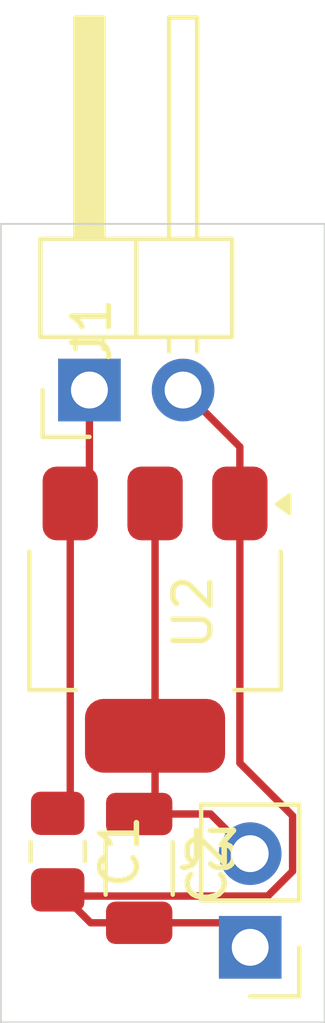
<source format=kicad_pcb>
(kicad_pcb (version 20240108) (generator "pcbnew") (generator_version "8.0")
  (layers (0 "F.Cu" signal) (31 "B.Cu" signal) (34 "B.Paste" user) (35 "F.Paste" user) (36 "B.SilkS" user "B.Silkscreen") (37 "F.SilkS" user "F.Silkscreen") (38 "B.Mask" user) (39 "F.Mask" user) (44 "Edge.Cuts" user))
  (net 0 "")
  (net 1 "Net-(J1-Pin_1)")
  (net 2 "Gnd")
  (net 3 "Net-(J3-Pin_2)")
  (footprint "Connector_PinHeader_2.54mm:PinHeader_1x02_P2.54mm_Vertical" (layer "F.Cu") (at 60.87 47.135 180)
    (property "Reference" "J3" (at 1.12 2.625 0) (layer "F.SilkS"))
    (property "Value" "Conn_01x02_Pin")
    (fp_line (start 1.33 1.27) (end 1.33 3.87) (stroke (width 0.12)) (layer "F.SilkS"))
    (fp_line (start -1.33 3.87) (end 1.33 3.87) (stroke (width 0.12)) (layer "F.SilkS"))
    (fp_line (start -1.33 1.27) (end 1.33 1.27) (stroke (width 0.12)) (layer "F.SilkS"))
    (fp_line (start -1.33 1.27) (end -1.33 3.87) (stroke (width 0.12)) (layer "F.SilkS"))
    (fp_line (start -1.33 0) (end -1.33 -1.33) (stroke (width 0.12)) (layer "F.SilkS"))
    (fp_line (start -1.33 -1.33) (end 0 -1.33) (stroke (width 0.12)) (layer "F.SilkS"))
    (pad "1" thru_hole rect (at 0 0 180) (size 1.7 1.7) (drill 1) (layers "*.Cu" "*.Mask") (net 2 "Gnd"))
    (pad "2" thru_hole oval (at 0 2.54 180) (size 1.7 1.7) (drill 1) (layers "*.Cu" "*.Mask") (net 3 "Net-(J3-Pin_2)"))
  )
  (footprint "Connector_PinHeader_2.54mm:PinHeader_1x02_P2.54mm_Horizontal" (layer "F.Cu") (at 56.51 32.025 90)
    (property "Reference" "J1" (at 1.625 0.06 90) (layer "F.SilkS"))
    (property "Value" "Conn_01x02_Pin")
    (fp_line (start 4.1 -1.33) (end 1.44 -1.33) (stroke (width 0.12)) (layer "F.SilkS"))
    (fp_line (start 1.44 -1.33) (end 1.44 3.87) (stroke (width 0.12)) (layer "F.SilkS"))
    (fp_line (start -1.27 -1.27) (end 0 -1.27) (stroke (width 0.12)) (layer "F.SilkS"))
    (fp_line (start 10.1 -0.38) (end 10.1 0.38) (stroke (width 0.12)) (layer "F.SilkS"))
    (fp_line (start 4.1 -0.38) (end 10.1 -0.38) (stroke (width 0.12)) (layer "F.SilkS"))
    (fp_line (start 1.11 -0.38) (end 1.44 -0.38) (stroke (width 0.12)) (layer "F.SilkS"))
    (fp_line (start 4.1 -0.32) (end 10.1 -0.32) (stroke (width 0.12)) (layer "F.SilkS"))
    (fp_line (start 4.1 -0.2) (end 10.1 -0.2) (stroke (width 0.12)) (layer "F.SilkS"))
    (fp_line (start 4.1 -0.08) (end 10.1 -0.08) (stroke (width 0.12)) (layer "F.SilkS"))
    (fp_line (start -1.27 0) (end -1.27 -1.27) (stroke (width 0.12)) (layer "F.SilkS"))
    (fp_line (start 4.1 0.04) (end 10.1 0.04) (stroke (width 0.12)) (layer "F.SilkS"))
    (fp_line (start 4.1 0.16) (end 10.1 0.16) (stroke (width 0.12)) (layer "F.SilkS"))
    (fp_line (start 4.1 0.28) (end 10.1 0.28) (stroke (width 0.12)) (layer "F.SilkS"))
    (fp_line (start 10.1 0.38) (end 4.1 0.38) (stroke (width 0.12)) (layer "F.SilkS"))
    (fp_line (start 1.11 0.38) (end 1.44 0.38) (stroke (width 0.12)) (layer "F.SilkS"))
    (fp_line (start 1.44 1.27) (end 4.1 1.27) (stroke (width 0.12)) (layer "F.SilkS"))
    (fp_line (start 10.1 2.16) (end 10.1 2.92) (stroke (width 0.12)) (layer "F.SilkS"))
    (fp_line (start 4.1 2.16) (end 10.1 2.16) (stroke (width 0.12)) (layer "F.SilkS"))
    (fp_line (start 1.042929 2.16) (end 1.44 2.16) (stroke (width 0.12)) (layer "F.SilkS"))
    (fp_line (start 10.1 2.92) (end 4.1 2.92) (stroke (width 0.12)) (layer "F.SilkS"))
    (fp_line (start 1.042929 2.92) (end 1.44 2.92) (stroke (width 0.12)) (layer "F.SilkS"))
    (fp_line (start 4.1 3.87) (end 4.1 -1.33) (stroke (width 0.12)) (layer "F.SilkS"))
    (fp_line (start 1.44 3.87) (end 4.1 3.87) (stroke (width 0.12)) (layer "F.SilkS"))
    (pad "1" thru_hole rect (at 0 0 90) (size 1.7 1.7) (drill 1) (layers "*.Cu" "*.Mask") (net 1 "Net-(J1-Pin_1)"))
    (pad "2" thru_hole oval (at 0 2.54 90) (size 1.7 1.7) (drill 1) (layers "*.Cu" "*.Mask") (net 2 "Gnd"))
  )
  (footprint "Capacitor_SMD:C_1206_3216Metric" (layer "F.Cu") (at 57.86 44.995 -90)
    (property "Reference" "C2" (at 0 -1.85 90) (layer "F.SilkS"))
    (property "Value" "22uf")
    (fp_line (start -0.711252 0.91) (end 0.711252 0.91) (stroke (width 0.12)) (layer "F.SilkS"))
    (fp_line (start -0.711252 -0.91) (end 0.711252 -0.91) (stroke (width 0.12)) (layer "F.SilkS"))
    (pad "1" smd roundrect (at -1.475 0 270) (size 1.15 1.8) (layers "F.Cu" "F.Paste" "F.Mask") (roundrect_rratio 0.217391) (net 3 "Net-(J3-Pin_2)"))
    (pad "2" smd roundrect (at 1.475 0 270) (size 1.15 1.8) (layers "F.Cu" "F.Paste" "F.Mask") (roundrect_rratio 0.217391) (net 2 "Gnd"))
  )
  (footprint "Capacitor_SMD:C_0805_2012Metric_Pad1.18x1.45mm_HandSolder" (layer "F.Cu") (at 55.65 44.54 -90)
    (property "Reference" "C1" (at 0 -1.68 90) (layer "F.SilkS"))
    (property "Value" "10uf")
    (fp_line (start -0.261252 0.735) (end 0.261252 0.735) (stroke (width 0.12)) (layer "F.SilkS"))
    (fp_line (start -0.261252 -0.735) (end 0.261252 -0.735) (stroke (width 0.12)) (layer "F.SilkS"))
    (pad "1" smd roundrect (at -1.0375 0 270) (size 1.175 1.45) (layers "F.Cu" "F.Paste" "F.Mask") (roundrect_rratio 0.212766) (net 1 "Net-(J1-Pin_1)"))
    (pad "2" smd roundrect (at 1.0375 0 270) (size 1.175 1.45) (layers "F.Cu" "F.Paste" "F.Mask") (roundrect_rratio 0.212766) (net 2 "Gnd"))
  )
  (footprint "Package_TO_SOT_SMD:SOT-223-3_TabPin2" (layer "F.Cu") (at 58.29 38.25 -90)
    (property "Reference" "U2" (at -0.2 -1.03 90) (layer "F.SilkS"))
    (property "Value" "AMS1117-3.3")
    (fp_line (start -1.85 3.41) (end 1.91 3.41) (stroke (width 0.12)) (layer "F.SilkS"))
    (fp_line (start 1.91 3.41) (end 1.91 2.15) (stroke (width 0.12)) (layer "F.SilkS"))
    (fp_line (start -1.85 -3.41) (end 1.91 -3.41) (stroke (width 0.12)) (layer "F.SilkS"))
    (fp_line (start 1.91 -3.41) (end 1.91 -2.15) (stroke (width 0.12)) (layer "F.SilkS"))
    (fp_poly (pts (xy -3.13 -3.31) (xy -3.37 -3.64) (xy -2.89 -3.64) (xy -3.13 -3.31)) (stroke (width 0.12)) (fill solid) (layer "F.SilkS"))
    (pad "1" smd roundrect (at -3.15 -2.3 270) (size 2 1.5) (layers "F.Cu" "F.Paste" "F.Mask") (net 2 "Gnd"))
    (pad "2" smd roundrect (at -3.15 0 270) (size 2 1.5) (layers "F.Cu" "F.Paste" "F.Mask") (net 3 "Net-(J3-Pin_2)"))
    (pad "2" smd roundrect (at 3.15 0 270) (size 2 3.8) (layers "F.Cu" "F.Paste" "F.Mask") (net 3 "Net-(J3-Pin_2)"))
    (pad "3" smd roundrect (at -3.15 2.3 270) (size 2 1.5) (layers "F.Cu" "F.Paste" "F.Mask") (net 1 "Net-(J1-Pin_1)"))
  )
  (gr_rect (start 54.11 27.52) (end 62.89 49.17) (stroke (width 0.05)) (fill none) (layer "Edge.Cuts"))
  (segment (start 56.51 32.025) (end 56.51 34.58) (width 0.2) (layer "F.Cu") (net 1))
  (segment (start 55.99 43.1625) (end 55.65 43.5025) (width 0.2) (layer "F.Cu") (net 1))
  (segment (start 56.51 34.58) (end 55.99 35.1) (width 0.2) (layer "F.Cu") (net 1))
  (segment (start 55.99 35.1) (end 55.99 43.1625) (width 0.2) (layer "F.Cu") (net 1))
  (segment (start 56.5425 46.47) (end 55.65 45.5775) (width 0.2) (layer "F.Cu") (net 2))
  (segment (start 57.86 46.47) (end 56.5425 46.47) (width 0.2) (layer "F.Cu") (net 2))
  (segment (start 59.05 32.025) (end 60.59 33.565) (width 0.2) (layer "F.Cu") (net 2))
  (segment (start 61.346346 45.745) (end 55.8175 45.745) (width 0.2) (layer "F.Cu") (net 2))
  (segment (start 60.59 33.565) (end 60.59 35.1) (width 0.2) (layer "F.Cu") (net 2))
  (segment (start 57.86 46.47) (end 60.205 46.47) (width 0.2) (layer "F.Cu") (net 2))
  (segment (start 60.205 46.47) (end 60.87 47.135) (width 0.2) (layer "F.Cu") (net 2))
  (segment (start 55.8175 45.745) (end 55.65 45.5775) (width 0.2) (layer "F.Cu") (net 2))
  (segment (start 62.02 45.071346) (end 61.346346 45.745) (width 0.2) (layer "F.Cu") (net 2))
  (segment (start 60.59 35.1) (end 60.59 42.138642) (width 0.2) (layer "F.Cu") (net 2))
  (segment (start 62.02 43.568642) (end 62.02 45.071346) (width 0.2) (layer "F.Cu") (net 2))
  (segment (start 60.59 42.138642) (end 62.02 43.568642) (width 0.2) (layer "F.Cu") (net 2))
  (segment (start 57.86 43.52) (end 59.795 43.52) (width 0.2) (layer "F.Cu") (net 3))
  (segment (start 58.29 35.1) (end 58.29 41.4) (width 0.2) (layer "F.Cu") (net 3))
  (segment (start 59.795 43.52) (end 60.87 44.595) (width 0.2) (layer "F.Cu") (net 3))
  (segment (start 58.29 41.4) (end 58.29 43.09) (width 0.2) (layer "F.Cu") (net 3))
  (segment (start 58.29 43.09) (end 57.86 43.52) (width 0.2) (layer "F.Cu") (net 3))
)
</source>
